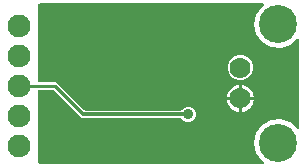
<source format=gbr>
G04 EAGLE Gerber RS-274X export*
G75*
%MOMM*%
%FSLAX34Y34*%
%LPD*%
%INBottom Copper*%
%IPPOS*%
%AMOC8*
5,1,8,0,0,1.08239X$1,22.5*%
G01*
%ADD10C,1.778000*%
%ADD11C,3.216000*%
%ADD12C,1.930400*%
%ADD13C,0.906400*%
%ADD14C,0.304800*%
%ADD15C,0.254000*%

G36*
X220497Y2559D02*
X220497Y2559D01*
X220642Y2574D01*
X220655Y2579D01*
X220668Y2581D01*
X220804Y2634D01*
X220940Y2685D01*
X220952Y2693D01*
X220964Y2698D01*
X221082Y2783D01*
X221202Y2866D01*
X221210Y2876D01*
X221221Y2884D01*
X221315Y2997D01*
X221410Y3107D01*
X221416Y3119D01*
X221424Y3129D01*
X221486Y3261D01*
X221551Y3392D01*
X221554Y3405D01*
X221560Y3417D01*
X221587Y3560D01*
X221618Y3703D01*
X221617Y3716D01*
X221620Y3729D01*
X221611Y3875D01*
X221605Y4021D01*
X221601Y4033D01*
X221600Y4047D01*
X221555Y4184D01*
X221513Y4325D01*
X221506Y4337D01*
X221502Y4349D01*
X221424Y4472D01*
X221348Y4597D01*
X221339Y4607D01*
X221332Y4618D01*
X221225Y4718D01*
X221122Y4820D01*
X221106Y4830D01*
X221100Y4836D01*
X221085Y4844D01*
X220987Y4909D01*
X220209Y5359D01*
X215288Y12131D01*
X213548Y20320D01*
X215288Y28509D01*
X220209Y35281D01*
X227459Y39467D01*
X235784Y40342D01*
X243746Y37755D01*
X249341Y32718D01*
X249428Y32657D01*
X249509Y32590D01*
X249558Y32567D01*
X249602Y32536D01*
X249701Y32499D01*
X249797Y32454D01*
X249850Y32444D01*
X249900Y32425D01*
X250005Y32414D01*
X250110Y32394D01*
X250163Y32398D01*
X250216Y32392D01*
X250321Y32407D01*
X250427Y32414D01*
X250478Y32431D01*
X250531Y32438D01*
X250629Y32479D01*
X250729Y32512D01*
X250775Y32541D01*
X250824Y32561D01*
X250908Y32625D01*
X250998Y32682D01*
X251035Y32721D01*
X251077Y32754D01*
X251143Y32837D01*
X251216Y32914D01*
X251242Y32961D01*
X251275Y33003D01*
X251318Y33100D01*
X251370Y33192D01*
X251383Y33244D01*
X251405Y33293D01*
X251423Y33398D01*
X251449Y33500D01*
X251454Y33585D01*
X251458Y33607D01*
X251457Y33622D01*
X251459Y33661D01*
X251459Y107309D01*
X251446Y107414D01*
X251442Y107520D01*
X251426Y107571D01*
X251419Y107624D01*
X251380Y107723D01*
X251350Y107825D01*
X251322Y107870D01*
X251302Y107920D01*
X251240Y108006D01*
X251185Y108097D01*
X251147Y108134D01*
X251116Y108178D01*
X251034Y108245D01*
X250958Y108319D01*
X250912Y108346D01*
X250871Y108380D01*
X250775Y108426D01*
X250683Y108479D01*
X250631Y108493D01*
X250583Y108516D01*
X250479Y108536D01*
X250377Y108564D01*
X250323Y108566D01*
X250271Y108576D01*
X250165Y108569D01*
X250059Y108571D01*
X250006Y108559D01*
X249953Y108556D01*
X249852Y108523D01*
X249749Y108499D01*
X249702Y108474D01*
X249651Y108458D01*
X249561Y108401D01*
X249467Y108352D01*
X249400Y108299D01*
X249382Y108288D01*
X249371Y108276D01*
X249341Y108252D01*
X243746Y103215D01*
X235784Y100628D01*
X227459Y101503D01*
X220209Y105689D01*
X215288Y112461D01*
X213548Y120650D01*
X215288Y128839D01*
X220209Y135611D01*
X220987Y136061D01*
X221103Y136149D01*
X221221Y136234D01*
X221230Y136245D01*
X221241Y136253D01*
X221331Y136367D01*
X221424Y136479D01*
X221430Y136492D01*
X221438Y136502D01*
X221498Y136636D01*
X221560Y136767D01*
X221562Y136780D01*
X221568Y136793D01*
X221592Y136938D01*
X221620Y137080D01*
X221619Y137093D01*
X221621Y137106D01*
X221609Y137252D01*
X221600Y137397D01*
X221596Y137410D01*
X221595Y137423D01*
X221547Y137561D01*
X221502Y137699D01*
X221495Y137711D01*
X221490Y137724D01*
X221410Y137845D01*
X221332Y137968D01*
X221322Y137977D01*
X221314Y137989D01*
X221206Y138086D01*
X221100Y138186D01*
X221088Y138193D01*
X221078Y138202D01*
X220949Y138269D01*
X220821Y138340D01*
X220808Y138343D01*
X220796Y138349D01*
X220654Y138383D01*
X220514Y138419D01*
X220495Y138420D01*
X220487Y138422D01*
X220470Y138422D01*
X220353Y138429D01*
X31750Y138429D01*
X31632Y138414D01*
X31513Y138407D01*
X31475Y138394D01*
X31434Y138389D01*
X31324Y138346D01*
X31211Y138309D01*
X31176Y138287D01*
X31139Y138272D01*
X31043Y138203D01*
X30942Y138139D01*
X30914Y138109D01*
X30881Y138086D01*
X30806Y137994D01*
X30724Y137907D01*
X30704Y137872D01*
X30679Y137841D01*
X30628Y137733D01*
X30570Y137629D01*
X30560Y137589D01*
X30543Y137553D01*
X30521Y137436D01*
X30491Y137321D01*
X30487Y137261D01*
X30483Y137241D01*
X30485Y137220D01*
X30481Y137160D01*
X30481Y72898D01*
X30496Y72780D01*
X30503Y72661D01*
X30516Y72623D01*
X30521Y72582D01*
X30564Y72472D01*
X30601Y72359D01*
X30623Y72324D01*
X30638Y72287D01*
X30708Y72191D01*
X30771Y72090D01*
X30801Y72062D01*
X30824Y72029D01*
X30916Y71953D01*
X31003Y71872D01*
X31038Y71852D01*
X31069Y71827D01*
X31177Y71776D01*
X31281Y71718D01*
X31321Y71708D01*
X31357Y71691D01*
X31474Y71669D01*
X31589Y71639D01*
X31650Y71635D01*
X31670Y71631D01*
X31690Y71633D01*
X31750Y71629D01*
X45713Y71629D01*
X69217Y48124D01*
X69295Y48064D01*
X69367Y47996D01*
X69420Y47967D01*
X69468Y47930D01*
X69559Y47890D01*
X69646Y47842D01*
X69705Y47827D01*
X69760Y47803D01*
X69858Y47788D01*
X69954Y47763D01*
X70054Y47757D01*
X70074Y47753D01*
X70087Y47755D01*
X70115Y47753D01*
X151332Y47753D01*
X151430Y47765D01*
X151529Y47768D01*
X151588Y47785D01*
X151648Y47793D01*
X151740Y47829D01*
X151835Y47857D01*
X151887Y47887D01*
X151943Y47910D01*
X152023Y47968D01*
X152109Y48018D01*
X152184Y48084D01*
X152201Y48096D01*
X152209Y48106D01*
X152230Y48124D01*
X153905Y49800D01*
X156225Y50761D01*
X158735Y50761D01*
X161055Y49800D01*
X162830Y48025D01*
X163791Y45705D01*
X163791Y43195D01*
X162830Y40875D01*
X161055Y39100D01*
X158735Y38139D01*
X156225Y38139D01*
X153905Y39100D01*
X152230Y40776D01*
X152151Y40836D01*
X152079Y40904D01*
X152026Y40933D01*
X151978Y40970D01*
X151887Y41010D01*
X151801Y41058D01*
X151742Y41073D01*
X151687Y41097D01*
X151589Y41112D01*
X151493Y41137D01*
X151393Y41143D01*
X151373Y41147D01*
X151360Y41145D01*
X151332Y41147D01*
X67212Y41147D01*
X65262Y43097D01*
X65262Y43113D01*
X65245Y43171D01*
X65237Y43231D01*
X65201Y43323D01*
X65173Y43418D01*
X65143Y43470D01*
X65120Y43527D01*
X65062Y43607D01*
X65012Y43692D01*
X64946Y43767D01*
X64934Y43784D01*
X64924Y43792D01*
X64906Y43813D01*
X43559Y65160D01*
X43481Y65220D01*
X43409Y65288D01*
X43356Y65317D01*
X43308Y65354D01*
X43217Y65394D01*
X43130Y65442D01*
X43071Y65457D01*
X43016Y65481D01*
X42918Y65496D01*
X42822Y65521D01*
X42722Y65527D01*
X42702Y65531D01*
X42689Y65529D01*
X42661Y65531D01*
X31750Y65531D01*
X31632Y65516D01*
X31513Y65509D01*
X31475Y65496D01*
X31434Y65491D01*
X31324Y65448D01*
X31211Y65411D01*
X31176Y65389D01*
X31139Y65374D01*
X31043Y65305D01*
X30942Y65241D01*
X30914Y65211D01*
X30881Y65188D01*
X30806Y65096D01*
X30724Y65009D01*
X30704Y64974D01*
X30679Y64943D01*
X30628Y64835D01*
X30570Y64731D01*
X30560Y64691D01*
X30543Y64655D01*
X30521Y64538D01*
X30491Y64423D01*
X30487Y64363D01*
X30483Y64343D01*
X30485Y64322D01*
X30481Y64262D01*
X30481Y3810D01*
X30496Y3692D01*
X30503Y3573D01*
X30516Y3535D01*
X30521Y3494D01*
X30564Y3384D01*
X30601Y3271D01*
X30623Y3236D01*
X30638Y3199D01*
X30708Y3103D01*
X30771Y3002D01*
X30801Y2974D01*
X30824Y2941D01*
X30916Y2865D01*
X31003Y2784D01*
X31038Y2764D01*
X31069Y2739D01*
X31177Y2688D01*
X31281Y2630D01*
X31321Y2620D01*
X31357Y2603D01*
X31474Y2581D01*
X31589Y2551D01*
X31650Y2547D01*
X31670Y2543D01*
X31690Y2545D01*
X31750Y2541D01*
X220353Y2541D01*
X220497Y2559D01*
G37*
%LPC*%
G36*
X199488Y73451D02*
X199488Y73451D01*
X195567Y75075D01*
X192565Y78077D01*
X190941Y81998D01*
X190941Y86242D01*
X192565Y90163D01*
X195567Y93165D01*
X199488Y94789D01*
X203732Y94789D01*
X207653Y93165D01*
X210655Y90163D01*
X212279Y86242D01*
X212279Y81998D01*
X210655Y78077D01*
X207653Y75075D01*
X203732Y73451D01*
X199488Y73451D01*
G37*
%LPD*%
%LPC*%
G36*
X203109Y59619D02*
X203109Y59619D01*
X203109Y69456D01*
X204287Y69269D01*
X205998Y68713D01*
X207601Y67897D01*
X209057Y66839D01*
X210329Y65567D01*
X211387Y64111D01*
X212203Y62508D01*
X212759Y60797D01*
X212946Y59619D01*
X203109Y59619D01*
G37*
%LPD*%
%LPC*%
G36*
X190274Y59619D02*
X190274Y59619D01*
X190461Y60797D01*
X191017Y62508D01*
X191833Y64111D01*
X192891Y65567D01*
X194163Y66839D01*
X195619Y67897D01*
X197222Y68713D01*
X198933Y69269D01*
X200111Y69456D01*
X200111Y59619D01*
X190274Y59619D01*
G37*
%LPD*%
%LPC*%
G36*
X203109Y56621D02*
X203109Y56621D01*
X212946Y56621D01*
X212759Y55443D01*
X212203Y53732D01*
X211387Y52129D01*
X210329Y50673D01*
X209057Y49401D01*
X207601Y48343D01*
X205998Y47527D01*
X204287Y46971D01*
X203109Y46784D01*
X203109Y56621D01*
G37*
%LPD*%
%LPC*%
G36*
X198933Y46971D02*
X198933Y46971D01*
X197222Y47527D01*
X195619Y48343D01*
X194163Y49401D01*
X192891Y50673D01*
X191833Y52129D01*
X191017Y53732D01*
X190461Y55443D01*
X190274Y56621D01*
X200111Y56621D01*
X200111Y46784D01*
X198933Y46971D01*
G37*
%LPD*%
D10*
X201610Y84120D03*
X201610Y58120D03*
D11*
X233680Y120650D03*
X233680Y20320D03*
D12*
X13970Y119380D03*
X13970Y93980D03*
X13970Y68580D03*
X13970Y43180D03*
X13970Y17780D03*
D13*
X74930Y24130D03*
X88900Y105410D03*
X139700Y20320D03*
X53340Y40640D03*
D14*
X68580Y44450D02*
X157480Y44450D01*
D13*
X157480Y44450D03*
D15*
X68580Y44450D02*
X44450Y68580D01*
X13970Y68580D01*
M02*

</source>
